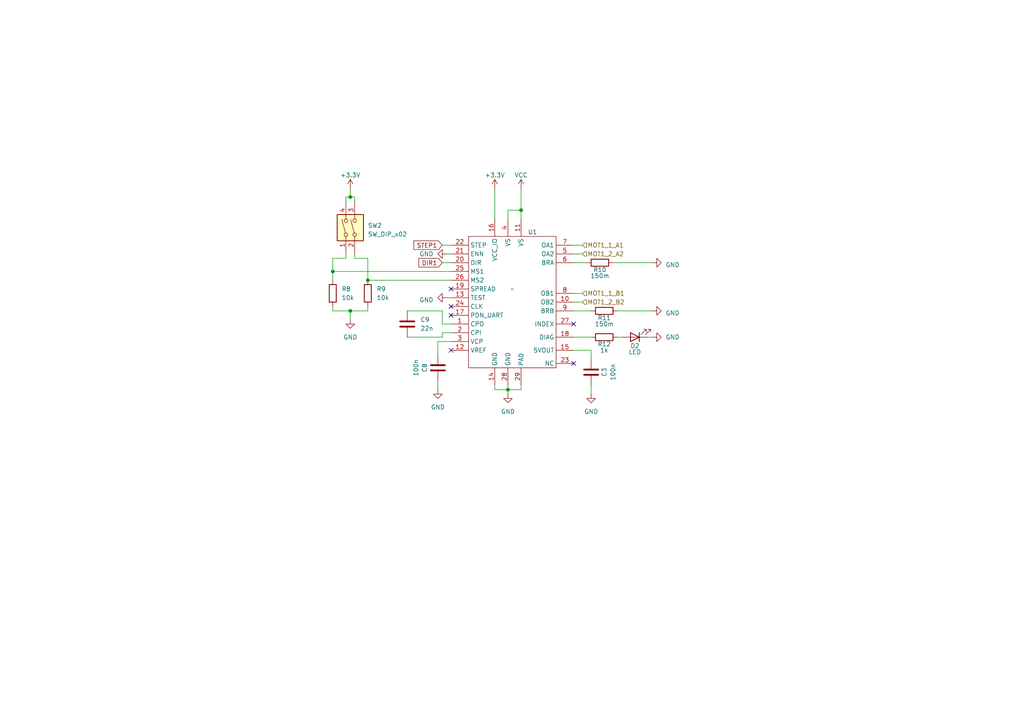
<source format=kicad_sch>
(kicad_sch
	(version 20250114)
	(generator "eeschema")
	(generator_version "9.0")
	(uuid "aeb20848-1074-41da-9836-45f6f0088bcc")
	(paper "A4")
	(lib_symbols
		(symbol "Device:C"
			(pin_numbers
				(hide yes)
			)
			(pin_names
				(offset 0.254)
			)
			(exclude_from_sim no)
			(in_bom yes)
			(on_board yes)
			(property "Reference" "C"
				(at 0.635 2.54 0)
				(effects
					(font
						(size 1.27 1.27)
					)
					(justify left)
				)
			)
			(property "Value" "C"
				(at 0.635 -2.54 0)
				(effects
					(font
						(size 1.27 1.27)
					)
					(justify left)
				)
			)
			(property "Footprint" ""
				(at 0.9652 -3.81 0)
				(effects
					(font
						(size 1.27 1.27)
					)
					(hide yes)
				)
			)
			(property "Datasheet" "~"
				(at 0 0 0)
				(effects
					(font
						(size 1.27 1.27)
					)
					(hide yes)
				)
			)
			(property "Description" "Unpolarized capacitor"
				(at 0 0 0)
				(effects
					(font
						(size 1.27 1.27)
					)
					(hide yes)
				)
			)
			(property "ki_keywords" "cap capacitor"
				(at 0 0 0)
				(effects
					(font
						(size 1.27 1.27)
					)
					(hide yes)
				)
			)
			(property "ki_fp_filters" "C_*"
				(at 0 0 0)
				(effects
					(font
						(size 1.27 1.27)
					)
					(hide yes)
				)
			)
			(symbol "C_0_1"
				(polyline
					(pts
						(xy -2.032 0.762) (xy 2.032 0.762)
					)
					(stroke
						(width 0.508)
						(type default)
					)
					(fill
						(type none)
					)
				)
				(polyline
					(pts
						(xy -2.032 -0.762) (xy 2.032 -0.762)
					)
					(stroke
						(width 0.508)
						(type default)
					)
					(fill
						(type none)
					)
				)
			)
			(symbol "C_1_1"
				(pin passive line
					(at 0 3.81 270)
					(length 2.794)
					(name "~"
						(effects
							(font
								(size 1.27 1.27)
							)
						)
					)
					(number "1"
						(effects
							(font
								(size 1.27 1.27)
							)
						)
					)
				)
				(pin passive line
					(at 0 -3.81 90)
					(length 2.794)
					(name "~"
						(effects
							(font
								(size 1.27 1.27)
							)
						)
					)
					(number "2"
						(effects
							(font
								(size 1.27 1.27)
							)
						)
					)
				)
			)
			(embedded_fonts no)
		)
		(symbol "Device:LED"
			(pin_numbers
				(hide yes)
			)
			(pin_names
				(offset 1.016)
				(hide yes)
			)
			(exclude_from_sim no)
			(in_bom yes)
			(on_board yes)
			(property "Reference" "D"
				(at 0 2.54 0)
				(effects
					(font
						(size 1.27 1.27)
					)
				)
			)
			(property "Value" "LED"
				(at 0 -2.54 0)
				(effects
					(font
						(size 1.27 1.27)
					)
				)
			)
			(property "Footprint" ""
				(at 0 0 0)
				(effects
					(font
						(size 1.27 1.27)
					)
					(hide yes)
				)
			)
			(property "Datasheet" "~"
				(at 0 0 0)
				(effects
					(font
						(size 1.27 1.27)
					)
					(hide yes)
				)
			)
			(property "Description" "Light emitting diode"
				(at 0 0 0)
				(effects
					(font
						(size 1.27 1.27)
					)
					(hide yes)
				)
			)
			(property "Sim.Pins" "1=K 2=A"
				(at 0 0 0)
				(effects
					(font
						(size 1.27 1.27)
					)
					(hide yes)
				)
			)
			(property "ki_keywords" "LED diode"
				(at 0 0 0)
				(effects
					(font
						(size 1.27 1.27)
					)
					(hide yes)
				)
			)
			(property "ki_fp_filters" "LED* LED_SMD:* LED_THT:*"
				(at 0 0 0)
				(effects
					(font
						(size 1.27 1.27)
					)
					(hide yes)
				)
			)
			(symbol "LED_0_1"
				(polyline
					(pts
						(xy -3.048 -0.762) (xy -4.572 -2.286) (xy -3.81 -2.286) (xy -4.572 -2.286) (xy -4.572 -1.524)
					)
					(stroke
						(width 0)
						(type default)
					)
					(fill
						(type none)
					)
				)
				(polyline
					(pts
						(xy -1.778 -0.762) (xy -3.302 -2.286) (xy -2.54 -2.286) (xy -3.302 -2.286) (xy -3.302 -1.524)
					)
					(stroke
						(width 0)
						(type default)
					)
					(fill
						(type none)
					)
				)
				(polyline
					(pts
						(xy -1.27 0) (xy 1.27 0)
					)
					(stroke
						(width 0)
						(type default)
					)
					(fill
						(type none)
					)
				)
				(polyline
					(pts
						(xy -1.27 -1.27) (xy -1.27 1.27)
					)
					(stroke
						(width 0.254)
						(type default)
					)
					(fill
						(type none)
					)
				)
				(polyline
					(pts
						(xy 1.27 -1.27) (xy 1.27 1.27) (xy -1.27 0) (xy 1.27 -1.27)
					)
					(stroke
						(width 0.254)
						(type default)
					)
					(fill
						(type none)
					)
				)
			)
			(symbol "LED_1_1"
				(pin passive line
					(at -3.81 0 0)
					(length 2.54)
					(name "K"
						(effects
							(font
								(size 1.27 1.27)
							)
						)
					)
					(number "1"
						(effects
							(font
								(size 1.27 1.27)
							)
						)
					)
				)
				(pin passive line
					(at 3.81 0 180)
					(length 2.54)
					(name "A"
						(effects
							(font
								(size 1.27 1.27)
							)
						)
					)
					(number "2"
						(effects
							(font
								(size 1.27 1.27)
							)
						)
					)
				)
			)
			(embedded_fonts no)
		)
		(symbol "Device:R"
			(pin_numbers
				(hide yes)
			)
			(pin_names
				(offset 0)
			)
			(exclude_from_sim no)
			(in_bom yes)
			(on_board yes)
			(property "Reference" "R"
				(at 2.032 0 90)
				(effects
					(font
						(size 1.27 1.27)
					)
				)
			)
			(property "Value" "R"
				(at 0 0 90)
				(effects
					(font
						(size 1.27 1.27)
					)
				)
			)
			(property "Footprint" ""
				(at -1.778 0 90)
				(effects
					(font
						(size 1.27 1.27)
					)
					(hide yes)
				)
			)
			(property "Datasheet" "~"
				(at 0 0 0)
				(effects
					(font
						(size 1.27 1.27)
					)
					(hide yes)
				)
			)
			(property "Description" "Resistor"
				(at 0 0 0)
				(effects
					(font
						(size 1.27 1.27)
					)
					(hide yes)
				)
			)
			(property "ki_keywords" "R res resistor"
				(at 0 0 0)
				(effects
					(font
						(size 1.27 1.27)
					)
					(hide yes)
				)
			)
			(property "ki_fp_filters" "R_*"
				(at 0 0 0)
				(effects
					(font
						(size 1.27 1.27)
					)
					(hide yes)
				)
			)
			(symbol "R_0_1"
				(rectangle
					(start -1.016 -2.54)
					(end 1.016 2.54)
					(stroke
						(width 0.254)
						(type default)
					)
					(fill
						(type none)
					)
				)
			)
			(symbol "R_1_1"
				(pin passive line
					(at 0 3.81 270)
					(length 1.27)
					(name "~"
						(effects
							(font
								(size 1.27 1.27)
							)
						)
					)
					(number "1"
						(effects
							(font
								(size 1.27 1.27)
							)
						)
					)
				)
				(pin passive line
					(at 0 -3.81 90)
					(length 1.27)
					(name "~"
						(effects
							(font
								(size 1.27 1.27)
							)
						)
					)
					(number "2"
						(effects
							(font
								(size 1.27 1.27)
							)
						)
					)
				)
			)
			(embedded_fonts no)
		)
		(symbol "My_Lib:TMC2225"
			(exclude_from_sim no)
			(in_bom yes)
			(on_board yes)
			(property "Reference" "U"
				(at 0 0 0)
				(effects
					(font
						(size 1.27 1.27)
					)
				)
			)
			(property "Value" ""
				(at 0 0 0)
				(effects
					(font
						(size 1.27 1.27)
					)
				)
			)
			(property "Footprint" ""
				(at 0 0 0)
				(effects
					(font
						(size 1.27 1.27)
					)
					(hide yes)
				)
			)
			(property "Datasheet" ""
				(at 0 0 0)
				(effects
					(font
						(size 1.27 1.27)
					)
					(hide yes)
				)
			)
			(property "Description" ""
				(at 0 0 0)
				(effects
					(font
						(size 1.27 1.27)
					)
					(hide yes)
				)
			)
			(symbol "TMC2225_0_0"
				(pin input line
					(at -17.78 12.7 0)
					(length 5.08)
					(name "STEP"
						(effects
							(font
								(size 1.27 1.27)
							)
						)
					)
					(number "22"
						(effects
							(font
								(size 1.27 1.27)
							)
						)
					)
				)
				(pin input line
					(at -17.78 10.16 0)
					(length 5.08)
					(name "ENN"
						(effects
							(font
								(size 1.27 1.27)
							)
						)
					)
					(number "21"
						(effects
							(font
								(size 1.27 1.27)
							)
						)
					)
				)
				(pin input line
					(at -17.78 7.62 0)
					(length 5.08)
					(name "DIR"
						(effects
							(font
								(size 1.27 1.27)
							)
						)
					)
					(number "20"
						(effects
							(font
								(size 1.27 1.27)
							)
						)
					)
				)
				(pin input line
					(at -17.78 5.08 0)
					(length 5.08)
					(name "MS1"
						(effects
							(font
								(size 1.27 1.27)
							)
						)
					)
					(number "25"
						(effects
							(font
								(size 1.27 1.27)
							)
						)
					)
				)
				(pin input line
					(at -17.78 2.54 0)
					(length 5.08)
					(name "MS2"
						(effects
							(font
								(size 1.27 1.27)
							)
						)
					)
					(number "26"
						(effects
							(font
								(size 1.27 1.27)
							)
						)
					)
				)
				(pin no_connect line
					(at -17.78 0 0)
					(length 5.08)
					(name "SPREAD"
						(effects
							(font
								(size 1.27 1.27)
							)
						)
					)
					(number "19"
						(effects
							(font
								(size 1.27 1.27)
							)
						)
					)
				)
				(pin input line
					(at -17.78 -2.54 0)
					(length 5.08)
					(name "TEST"
						(effects
							(font
								(size 1.27 1.27)
							)
						)
					)
					(number "13"
						(effects
							(font
								(size 1.27 1.27)
							)
						)
					)
				)
				(pin no_connect line
					(at -17.78 -5.08 0)
					(length 5.08)
					(name "CLK"
						(effects
							(font
								(size 1.27 1.27)
							)
						)
					)
					(number "24"
						(effects
							(font
								(size 1.27 1.27)
							)
						)
					)
				)
				(pin no_connect line
					(at -17.78 -7.62 0)
					(length 5.08)
					(name "PDN_UART"
						(effects
							(font
								(size 1.27 1.27)
							)
						)
					)
					(number "17"
						(effects
							(font
								(size 1.27 1.27)
							)
						)
					)
				)
				(pin passive line
					(at -17.78 -10.16 0)
					(length 5.08)
					(name "CPO"
						(effects
							(font
								(size 1.27 1.27)
							)
						)
					)
					(number "1"
						(effects
							(font
								(size 1.27 1.27)
							)
						)
					)
				)
				(pin passive line
					(at -17.78 -12.7 0)
					(length 5.08)
					(name "CPI"
						(effects
							(font
								(size 1.27 1.27)
							)
						)
					)
					(number "2"
						(effects
							(font
								(size 1.27 1.27)
							)
						)
					)
				)
				(pin passive line
					(at -17.78 -15.24 0)
					(length 5.08)
					(name "VCP"
						(effects
							(font
								(size 1.27 1.27)
							)
						)
					)
					(number "3"
						(effects
							(font
								(size 1.27 1.27)
							)
						)
					)
				)
				(pin input line
					(at -17.78 -17.78 0)
					(length 5.08)
					(name "VREF"
						(effects
							(font
								(size 1.27 1.27)
							)
						)
					)
					(number "12"
						(effects
							(font
								(size 1.27 1.27)
							)
						)
					)
				)
				(pin input line
					(at -5.08 20.32 270)
					(length 5.08)
					(name "VCC_IO"
						(effects
							(font
								(size 1.27 1.27)
							)
						)
					)
					(number "16"
						(effects
							(font
								(size 1.27 1.27)
							)
						)
					)
				)
				(pin input line
					(at -5.08 -27.94 90)
					(length 5.08)
					(name "GND"
						(effects
							(font
								(size 1.27 1.27)
							)
						)
					)
					(number "14"
						(effects
							(font
								(size 1.27 1.27)
							)
						)
					)
				)
				(pin input line
					(at -1.27 20.32 270)
					(length 5.08)
					(name "VS"
						(effects
							(font
								(size 1.27 1.27)
							)
						)
					)
					(number "4"
						(effects
							(font
								(size 1.27 1.27)
							)
						)
					)
				)
				(pin input line
					(at -1.27 -27.94 90)
					(length 5.08)
					(name "GND"
						(effects
							(font
								(size 1.27 1.27)
							)
						)
					)
					(number "28"
						(effects
							(font
								(size 1.27 1.27)
							)
						)
					)
				)
				(pin input line
					(at 2.54 20.32 270)
					(length 5.08)
					(name "VS"
						(effects
							(font
								(size 1.27 1.27)
							)
						)
					)
					(number "11"
						(effects
							(font
								(size 1.27 1.27)
							)
						)
					)
				)
				(pin input line
					(at 2.54 -27.94 90)
					(length 5.08)
					(name "PAD"
						(effects
							(font
								(size 1.27 1.27)
							)
						)
					)
					(number "29"
						(effects
							(font
								(size 1.27 1.27)
							)
						)
					)
				)
				(pin output line
					(at 17.78 12.7 180)
					(length 5.08)
					(name "OA1"
						(effects
							(font
								(size 1.27 1.27)
							)
						)
					)
					(number "7"
						(effects
							(font
								(size 1.27 1.27)
							)
						)
					)
				)
				(pin output line
					(at 17.78 10.16 180)
					(length 5.08)
					(name "OA2"
						(effects
							(font
								(size 1.27 1.27)
							)
						)
					)
					(number "5"
						(effects
							(font
								(size 1.27 1.27)
							)
						)
					)
				)
				(pin output line
					(at 17.78 7.62 180)
					(length 5.08)
					(name "BRA"
						(effects
							(font
								(size 1.27 1.27)
							)
						)
					)
					(number "6"
						(effects
							(font
								(size 1.27 1.27)
							)
						)
					)
				)
				(pin output line
					(at 17.78 -1.27 180)
					(length 5.08)
					(name "OB1"
						(effects
							(font
								(size 1.27 1.27)
							)
						)
					)
					(number "8"
						(effects
							(font
								(size 1.27 1.27)
							)
						)
					)
				)
				(pin output line
					(at 17.78 -3.81 180)
					(length 5.08)
					(name "OB2"
						(effects
							(font
								(size 1.27 1.27)
							)
						)
					)
					(number "10"
						(effects
							(font
								(size 1.27 1.27)
							)
						)
					)
				)
				(pin output line
					(at 17.78 -6.35 180)
					(length 5.08)
					(name "BRB"
						(effects
							(font
								(size 1.27 1.27)
							)
						)
					)
					(number "9"
						(effects
							(font
								(size 1.27 1.27)
							)
						)
					)
				)
				(pin no_connect line
					(at 17.78 -10.16 180)
					(length 5.08)
					(name "INDEX"
						(effects
							(font
								(size 1.27 1.27)
							)
						)
					)
					(number "27"
						(effects
							(font
								(size 1.27 1.27)
							)
						)
					)
				)
				(pin output line
					(at 17.78 -13.97 180)
					(length 5.08)
					(name "DIAG"
						(effects
							(font
								(size 1.27 1.27)
							)
						)
					)
					(number "18"
						(effects
							(font
								(size 1.27 1.27)
							)
						)
					)
				)
				(pin passive line
					(at 17.78 -17.78 180)
					(length 5.08)
					(name "5VOUT"
						(effects
							(font
								(size 1.27 1.27)
							)
						)
					)
					(number "15"
						(effects
							(font
								(size 1.27 1.27)
							)
						)
					)
				)
				(pin no_connect line
					(at 17.78 -21.59 180)
					(length 5.08)
					(name "NC"
						(effects
							(font
								(size 1.27 1.27)
							)
						)
					)
					(number "23"
						(effects
							(font
								(size 1.27 1.27)
							)
						)
					)
				)
			)
			(symbol "TMC2225_0_1"
				(polyline
					(pts
						(xy -12.7 15.24) (xy 12.7 15.24) (xy 12.7 -22.86) (xy -12.7 -22.86) (xy -12.7 15.24)
					)
					(stroke
						(width 0.1524)
						(type solid)
					)
					(fill
						(type none)
					)
				)
			)
			(embedded_fonts no)
		)
		(symbol "Switch:SW_DIP_x02"
			(pin_names
				(offset 0)
				(hide yes)
			)
			(exclude_from_sim no)
			(in_bom yes)
			(on_board yes)
			(property "Reference" "SW"
				(at 0 6.35 0)
				(effects
					(font
						(size 1.27 1.27)
					)
				)
			)
			(property "Value" "SW_DIP_x02"
				(at 0 -3.81 0)
				(effects
					(font
						(size 1.27 1.27)
					)
				)
			)
			(property "Footprint" ""
				(at 0 0 0)
				(effects
					(font
						(size 1.27 1.27)
					)
					(hide yes)
				)
			)
			(property "Datasheet" "~"
				(at 0 0 0)
				(effects
					(font
						(size 1.27 1.27)
					)
					(hide yes)
				)
			)
			(property "Description" "2x DIP Switch, Single Pole Single Throw (SPST) switch, small symbol"
				(at 0 0 0)
				(effects
					(font
						(size 1.27 1.27)
					)
					(hide yes)
				)
			)
			(property "ki_keywords" "dip switch"
				(at 0 0 0)
				(effects
					(font
						(size 1.27 1.27)
					)
					(hide yes)
				)
			)
			(property "ki_fp_filters" "SW?DIP?x2*"
				(at 0 0 0)
				(effects
					(font
						(size 1.27 1.27)
					)
					(hide yes)
				)
			)
			(symbol "SW_DIP_x02_0_0"
				(circle
					(center -2.032 2.54)
					(radius 0.508)
					(stroke
						(width 0)
						(type default)
					)
					(fill
						(type none)
					)
				)
				(circle
					(center -2.032 0)
					(radius 0.508)
					(stroke
						(width 0)
						(type default)
					)
					(fill
						(type none)
					)
				)
				(polyline
					(pts
						(xy -1.524 2.667) (xy 2.3622 3.7084)
					)
					(stroke
						(width 0)
						(type default)
					)
					(fill
						(type none)
					)
				)
				(polyline
					(pts
						(xy -1.524 0.127) (xy 2.3622 1.1684)
					)
					(stroke
						(width 0)
						(type default)
					)
					(fill
						(type none)
					)
				)
				(circle
					(center 2.032 2.54)
					(radius 0.508)
					(stroke
						(width 0)
						(type default)
					)
					(fill
						(type none)
					)
				)
				(circle
					(center 2.032 0)
					(radius 0.508)
					(stroke
						(width 0)
						(type default)
					)
					(fill
						(type none)
					)
				)
			)
			(symbol "SW_DIP_x02_0_1"
				(rectangle
					(start -3.81 5.08)
					(end 3.81 -2.54)
					(stroke
						(width 0.254)
						(type default)
					)
					(fill
						(type background)
					)
				)
			)
			(symbol "SW_DIP_x02_1_1"
				(pin passive line
					(at -7.62 2.54 0)
					(length 5.08)
					(name "~"
						(effects
							(font
								(size 1.27 1.27)
							)
						)
					)
					(number "1"
						(effects
							(font
								(size 1.27 1.27)
							)
						)
					)
				)
				(pin passive line
					(at -7.62 0 0)
					(length 5.08)
					(name "~"
						(effects
							(font
								(size 1.27 1.27)
							)
						)
					)
					(number "2"
						(effects
							(font
								(size 1.27 1.27)
							)
						)
					)
				)
				(pin passive line
					(at 7.62 2.54 180)
					(length 5.08)
					(name "~"
						(effects
							(font
								(size 1.27 1.27)
							)
						)
					)
					(number "4"
						(effects
							(font
								(size 1.27 1.27)
							)
						)
					)
				)
				(pin passive line
					(at 7.62 0 180)
					(length 5.08)
					(name "~"
						(effects
							(font
								(size 1.27 1.27)
							)
						)
					)
					(number "3"
						(effects
							(font
								(size 1.27 1.27)
							)
						)
					)
				)
			)
			(embedded_fonts no)
		)
		(symbol "power:+3.3V"
			(power)
			(pin_numbers
				(hide yes)
			)
			(pin_names
				(offset 0)
				(hide yes)
			)
			(exclude_from_sim no)
			(in_bom yes)
			(on_board yes)
			(property "Reference" "#PWR"
				(at 0 -3.81 0)
				(effects
					(font
						(size 1.27 1.27)
					)
					(hide yes)
				)
			)
			(property "Value" "+3.3V"
				(at 0 3.556 0)
				(effects
					(font
						(size 1.27 1.27)
					)
				)
			)
			(property "Footprint" ""
				(at 0 0 0)
				(effects
					(font
						(size 1.27 1.27)
					)
					(hide yes)
				)
			)
			(property "Datasheet" ""
				(at 0 0 0)
				(effects
					(font
						(size 1.27 1.27)
					)
					(hide yes)
				)
			)
			(property "Description" "Power symbol creates a global label with name \"+3.3V\""
				(at 0 0 0)
				(effects
					(font
						(size 1.27 1.27)
					)
					(hide yes)
				)
			)
			(property "ki_keywords" "global power"
				(at 0 0 0)
				(effects
					(font
						(size 1.27 1.27)
					)
					(hide yes)
				)
			)
			(symbol "+3.3V_0_1"
				(polyline
					(pts
						(xy -0.762 1.27) (xy 0 2.54)
					)
					(stroke
						(width 0)
						(type default)
					)
					(fill
						(type none)
					)
				)
				(polyline
					(pts
						(xy 0 2.54) (xy 0.762 1.27)
					)
					(stroke
						(width 0)
						(type default)
					)
					(fill
						(type none)
					)
				)
				(polyline
					(pts
						(xy 0 0) (xy 0 2.54)
					)
					(stroke
						(width 0)
						(type default)
					)
					(fill
						(type none)
					)
				)
			)
			(symbol "+3.3V_1_1"
				(pin power_in line
					(at 0 0 90)
					(length 0)
					(name "~"
						(effects
							(font
								(size 1.27 1.27)
							)
						)
					)
					(number "1"
						(effects
							(font
								(size 1.27 1.27)
							)
						)
					)
				)
			)
			(embedded_fonts no)
		)
		(symbol "power:GND"
			(power)
			(pin_numbers
				(hide yes)
			)
			(pin_names
				(offset 0)
				(hide yes)
			)
			(exclude_from_sim no)
			(in_bom yes)
			(on_board yes)
			(property "Reference" "#PWR"
				(at 0 -6.35 0)
				(effects
					(font
						(size 1.27 1.27)
					)
					(hide yes)
				)
			)
			(property "Value" "GND"
				(at 0 -3.81 0)
				(effects
					(font
						(size 1.27 1.27)
					)
				)
			)
			(property "Footprint" ""
				(at 0 0 0)
				(effects
					(font
						(size 1.27 1.27)
					)
					(hide yes)
				)
			)
			(property "Datasheet" ""
				(at 0 0 0)
				(effects
					(font
						(size 1.27 1.27)
					)
					(hide yes)
				)
			)
			(property "Description" "Power symbol creates a global label with name \"GND\" , ground"
				(at 0 0 0)
				(effects
					(font
						(size 1.27 1.27)
					)
					(hide yes)
				)
			)
			(property "ki_keywords" "global power"
				(at 0 0 0)
				(effects
					(font
						(size 1.27 1.27)
					)
					(hide yes)
				)
			)
			(symbol "GND_0_1"
				(polyline
					(pts
						(xy 0 0) (xy 0 -1.27) (xy 1.27 -1.27) (xy 0 -2.54) (xy -1.27 -1.27) (xy 0 -1.27)
					)
					(stroke
						(width 0)
						(type default)
					)
					(fill
						(type none)
					)
				)
			)
			(symbol "GND_1_1"
				(pin power_in line
					(at 0 0 270)
					(length 0)
					(name "~"
						(effects
							(font
								(size 1.27 1.27)
							)
						)
					)
					(number "1"
						(effects
							(font
								(size 1.27 1.27)
							)
						)
					)
				)
			)
			(embedded_fonts no)
		)
		(symbol "power:VCC"
			(power)
			(pin_numbers
				(hide yes)
			)
			(pin_names
				(offset 0)
				(hide yes)
			)
			(exclude_from_sim no)
			(in_bom yes)
			(on_board yes)
			(property "Reference" "#PWR"
				(at 0 -3.81 0)
				(effects
					(font
						(size 1.27 1.27)
					)
					(hide yes)
				)
			)
			(property "Value" "VCC"
				(at 0 3.556 0)
				(effects
					(font
						(size 1.27 1.27)
					)
				)
			)
			(property "Footprint" ""
				(at 0 0 0)
				(effects
					(font
						(size 1.27 1.27)
					)
					(hide yes)
				)
			)
			(property "Datasheet" ""
				(at 0 0 0)
				(effects
					(font
						(size 1.27 1.27)
					)
					(hide yes)
				)
			)
			(property "Description" "Power symbol creates a global label with name \"VCC\""
				(at 0 0 0)
				(effects
					(font
						(size 1.27 1.27)
					)
					(hide yes)
				)
			)
			(property "ki_keywords" "global power"
				(at 0 0 0)
				(effects
					(font
						(size 1.27 1.27)
					)
					(hide yes)
				)
			)
			(symbol "VCC_0_1"
				(polyline
					(pts
						(xy -0.762 1.27) (xy 0 2.54)
					)
					(stroke
						(width 0)
						(type default)
					)
					(fill
						(type none)
					)
				)
				(polyline
					(pts
						(xy 0 2.54) (xy 0.762 1.27)
					)
					(stroke
						(width 0)
						(type default)
					)
					(fill
						(type none)
					)
				)
				(polyline
					(pts
						(xy 0 0) (xy 0 2.54)
					)
					(stroke
						(width 0)
						(type default)
					)
					(fill
						(type none)
					)
				)
			)
			(symbol "VCC_1_1"
				(pin power_in line
					(at 0 0 90)
					(length 0)
					(name "~"
						(effects
							(font
								(size 1.27 1.27)
							)
						)
					)
					(number "1"
						(effects
							(font
								(size 1.27 1.27)
							)
						)
					)
				)
			)
			(embedded_fonts no)
		)
	)
	(junction
		(at 101.6 90.17)
		(diameter 0)
		(color 0 0 0 0)
		(uuid "18596c03-dd67-4f77-b83c-9654d21ae6f0")
	)
	(junction
		(at 151.13 60.96)
		(diameter 0)
		(color 0 0 0 0)
		(uuid "24ff8417-91e0-458b-aa70-c54e2aa4d317")
	)
	(junction
		(at 101.6 57.15)
		(diameter 0)
		(color 0 0 0 0)
		(uuid "50ca1480-7e77-4cba-93f7-a48193a15bc6")
	)
	(junction
		(at 147.32 113.03)
		(diameter 0)
		(color 0 0 0 0)
		(uuid "a94545c8-9b1b-40dc-a61a-7fb161074e8e")
	)
	(junction
		(at 106.68 81.28)
		(diameter 0)
		(color 0 0 0 0)
		(uuid "db4d4a95-ff0c-44d0-87c3-0b2eaa9e9c96")
	)
	(junction
		(at 96.52 78.74)
		(diameter 0)
		(color 0 0 0 0)
		(uuid "fb83a15e-cf0a-4317-b2a7-4b01e86361ca")
	)
	(no_connect
		(at 130.81 88.9)
		(uuid "025b1f62-c886-4008-95f5-54f93cbbf602")
	)
	(no_connect
		(at 166.37 105.41)
		(uuid "222518f0-2ee4-4a87-9981-886f3ec08520")
	)
	(no_connect
		(at 130.81 91.44)
		(uuid "32acfc43-fda4-478e-b453-3d3057e281ea")
	)
	(no_connect
		(at 130.81 83.82)
		(uuid "48c6d7bd-bf39-48ea-a747-355c6a16a05c")
	)
	(no_connect
		(at 166.37 93.98)
		(uuid "7f23e7b3-346f-4845-90b3-b4911c5b1ef7")
	)
	(no_connect
		(at 130.81 101.6)
		(uuid "a6571f63-a0da-4aca-8906-c511d1806a41")
	)
	(wire
		(pts
			(xy 147.32 60.96) (xy 151.13 60.96)
		)
		(stroke
			(width 0)
			(type default)
		)
		(uuid "027da5a0-77a0-41b1-b5fc-3842a15a3c1f")
	)
	(wire
		(pts
			(xy 106.68 74.93) (xy 106.68 81.28)
		)
		(stroke
			(width 0)
			(type default)
		)
		(uuid "03e51fa1-3b8f-4d84-af10-4e34043c9064")
	)
	(wire
		(pts
			(xy 166.37 97.79) (xy 171.45 97.79)
		)
		(stroke
			(width 0)
			(type default)
		)
		(uuid "059481ad-c166-44ed-a017-4a463315814f")
	)
	(wire
		(pts
			(xy 96.52 78.74) (xy 130.81 78.74)
		)
		(stroke
			(width 0)
			(type default)
		)
		(uuid "0a2209bf-16b3-407d-8ee5-397db30879ea")
	)
	(wire
		(pts
			(xy 166.37 87.63) (xy 168.91 87.63)
		)
		(stroke
			(width 0)
			(type default)
		)
		(uuid "0aa788f2-922f-43ed-a51d-f89318718252")
	)
	(wire
		(pts
			(xy 100.33 58.42) (xy 100.33 57.15)
		)
		(stroke
			(width 0)
			(type default)
		)
		(uuid "0f6f0451-7b1a-484f-8e9d-6aff9a0e4c73")
	)
	(wire
		(pts
			(xy 147.32 113.03) (xy 151.13 113.03)
		)
		(stroke
			(width 0)
			(type default)
		)
		(uuid "11807ffa-ac3a-400a-979e-dee70b3365f2")
	)
	(wire
		(pts
			(xy 129.54 86.36) (xy 130.81 86.36)
		)
		(stroke
			(width 0)
			(type default)
		)
		(uuid "3087bf37-d354-40a1-b18c-1b365c7ec2a2")
	)
	(wire
		(pts
			(xy 128.27 96.52) (xy 128.27 97.79)
		)
		(stroke
			(width 0)
			(type default)
		)
		(uuid "3624fdb1-0325-4bd5-91f6-e3ff5f20662e")
	)
	(wire
		(pts
			(xy 147.32 63.5) (xy 147.32 60.96)
		)
		(stroke
			(width 0)
			(type default)
		)
		(uuid "3ba0f1eb-c42d-414a-b85e-69f0df46b2e6")
	)
	(wire
		(pts
			(xy 96.52 78.74) (xy 96.52 81.28)
		)
		(stroke
			(width 0)
			(type default)
		)
		(uuid "406f9d97-5ffe-45fc-b091-dcdcdc2a2ad0")
	)
	(wire
		(pts
			(xy 100.33 74.93) (xy 100.33 73.66)
		)
		(stroke
			(width 0)
			(type default)
		)
		(uuid "4338a3a8-b2df-4821-b486-f8c072f4580f")
	)
	(wire
		(pts
			(xy 106.68 81.28) (xy 130.81 81.28)
		)
		(stroke
			(width 0)
			(type default)
		)
		(uuid "4d365516-ce08-4863-87fe-e4868ab28b09")
	)
	(wire
		(pts
			(xy 130.81 73.66) (xy 129.54 73.66)
		)
		(stroke
			(width 0)
			(type default)
		)
		(uuid "553ea1b1-0647-41c3-9ea3-5f9fb19ede92")
	)
	(wire
		(pts
			(xy 101.6 54.61) (xy 101.6 57.15)
		)
		(stroke
			(width 0)
			(type default)
		)
		(uuid "58b81a3f-315d-4a5c-83a4-b05ddf795b5a")
	)
	(wire
		(pts
			(xy 166.37 90.17) (xy 171.45 90.17)
		)
		(stroke
			(width 0)
			(type default)
		)
		(uuid "5bb83539-9d93-43cb-9c3e-e4ae9d15d399")
	)
	(wire
		(pts
			(xy 128.27 71.12) (xy 130.81 71.12)
		)
		(stroke
			(width 0)
			(type default)
		)
		(uuid "5e51d492-5dba-468a-9ff0-f40bf3848ef0")
	)
	(wire
		(pts
			(xy 177.8 76.2) (xy 189.23 76.2)
		)
		(stroke
			(width 0)
			(type default)
		)
		(uuid "6034bb8d-acaa-424b-82fb-459e659263ee")
	)
	(wire
		(pts
			(xy 100.33 57.15) (xy 101.6 57.15)
		)
		(stroke
			(width 0)
			(type default)
		)
		(uuid "685a2fb6-1b5c-4914-baa8-00eeafaa7c88")
	)
	(wire
		(pts
			(xy 166.37 101.6) (xy 171.45 101.6)
		)
		(stroke
			(width 0)
			(type default)
		)
		(uuid "6cbbe13e-4ff0-46c0-8f93-bbfdc9d2e109")
	)
	(wire
		(pts
			(xy 147.32 111.76) (xy 147.32 113.03)
		)
		(stroke
			(width 0)
			(type default)
		)
		(uuid "6ff1beff-132c-4cf4-a979-bf852955cd9a")
	)
	(wire
		(pts
			(xy 101.6 90.17) (xy 106.68 90.17)
		)
		(stroke
			(width 0)
			(type default)
		)
		(uuid "7380183e-2ee3-4077-9464-461c9733edfa")
	)
	(wire
		(pts
			(xy 171.45 101.6) (xy 171.45 104.14)
		)
		(stroke
			(width 0)
			(type default)
		)
		(uuid "74645b50-7973-4ee8-bee1-2812fae39834")
	)
	(wire
		(pts
			(xy 127 102.87) (xy 127 99.06)
		)
		(stroke
			(width 0)
			(type default)
		)
		(uuid "76e23b0c-2dc3-42cb-aa29-037b55612804")
	)
	(wire
		(pts
			(xy 101.6 57.15) (xy 102.87 57.15)
		)
		(stroke
			(width 0)
			(type default)
		)
		(uuid "79e0cf71-f00c-4854-879b-664b9dc2422e")
	)
	(wire
		(pts
			(xy 127 99.06) (xy 130.81 99.06)
		)
		(stroke
			(width 0)
			(type default)
		)
		(uuid "86f25b96-9f28-4b43-9285-37dc74d31968")
	)
	(wire
		(pts
			(xy 106.68 88.9) (xy 106.68 90.17)
		)
		(stroke
			(width 0)
			(type default)
		)
		(uuid "8c77f7e1-03f6-4e11-8ca3-fd3a34f84489")
	)
	(wire
		(pts
			(xy 118.11 90.17) (xy 128.27 90.17)
		)
		(stroke
			(width 0)
			(type default)
		)
		(uuid "8d6b7f03-8a65-4c34-bde0-7b32b15c48c7")
	)
	(wire
		(pts
			(xy 128.27 93.98) (xy 128.27 90.17)
		)
		(stroke
			(width 0)
			(type default)
		)
		(uuid "93e17b93-81e2-4ba5-89d9-1f6e6a20d18a")
	)
	(wire
		(pts
			(xy 151.13 111.76) (xy 151.13 113.03)
		)
		(stroke
			(width 0)
			(type default)
		)
		(uuid "96a8f8ae-6a22-47f3-8ec3-0e8d55db510a")
	)
	(wire
		(pts
			(xy 96.52 74.93) (xy 100.33 74.93)
		)
		(stroke
			(width 0)
			(type default)
		)
		(uuid "b2f311f4-503f-4150-aebf-abb97b854971")
	)
	(wire
		(pts
			(xy 96.52 88.9) (xy 96.52 90.17)
		)
		(stroke
			(width 0)
			(type default)
		)
		(uuid "b64e20e9-e9a5-418e-b9c4-0e40df61cc47")
	)
	(wire
		(pts
			(xy 143.51 54.61) (xy 143.51 63.5)
		)
		(stroke
			(width 0)
			(type default)
		)
		(uuid "be282822-fa41-4271-bea7-693347fe37a3")
	)
	(wire
		(pts
			(xy 128.27 97.79) (xy 118.11 97.79)
		)
		(stroke
			(width 0)
			(type default)
		)
		(uuid "be496ca7-26e0-4713-ba82-a1b22f349628")
	)
	(wire
		(pts
			(xy 96.52 78.74) (xy 96.52 74.93)
		)
		(stroke
			(width 0)
			(type default)
		)
		(uuid "bf617794-cb7b-4827-a6f9-9ec133da2a30")
	)
	(wire
		(pts
			(xy 179.07 97.79) (xy 180.34 97.79)
		)
		(stroke
			(width 0)
			(type default)
		)
		(uuid "c6bdd192-09ff-4e4d-b3b5-758d6931852b")
	)
	(wire
		(pts
			(xy 143.51 113.03) (xy 147.32 113.03)
		)
		(stroke
			(width 0)
			(type default)
		)
		(uuid "ccbca264-c916-4a19-8d28-46b99740a055")
	)
	(wire
		(pts
			(xy 166.37 76.2) (xy 170.18 76.2)
		)
		(stroke
			(width 0)
			(type default)
		)
		(uuid "ce99172b-5f63-4ccc-abee-d0885955efde")
	)
	(wire
		(pts
			(xy 179.07 90.17) (xy 189.23 90.17)
		)
		(stroke
			(width 0)
			(type default)
		)
		(uuid "d1ba8f23-7dfe-49f3-bc90-05f2baf8d7db")
	)
	(wire
		(pts
			(xy 171.45 111.76) (xy 171.45 114.3)
		)
		(stroke
			(width 0)
			(type default)
		)
		(uuid "d326d943-1d8c-4a01-95f1-55c6ce3c798f")
	)
	(wire
		(pts
			(xy 166.37 85.09) (xy 168.91 85.09)
		)
		(stroke
			(width 0)
			(type default)
		)
		(uuid "d54b6f65-7b91-49af-9c77-e11b6d437bbf")
	)
	(wire
		(pts
			(xy 130.81 93.98) (xy 128.27 93.98)
		)
		(stroke
			(width 0)
			(type default)
		)
		(uuid "d81b8ad3-e7a6-4611-b7cb-c56d098caf1f")
	)
	(wire
		(pts
			(xy 101.6 90.17) (xy 101.6 92.71)
		)
		(stroke
			(width 0)
			(type default)
		)
		(uuid "da649e69-fdeb-4355-af8d-f8c41ea9f4d2")
	)
	(wire
		(pts
			(xy 187.96 97.79) (xy 189.23 97.79)
		)
		(stroke
			(width 0)
			(type default)
		)
		(uuid "dfb4f381-2442-4c5c-bcd3-3392fb6aeffb")
	)
	(wire
		(pts
			(xy 106.68 74.93) (xy 102.87 74.93)
		)
		(stroke
			(width 0)
			(type default)
		)
		(uuid "e29836c6-7f25-4439-8433-4773ca898967")
	)
	(wire
		(pts
			(xy 96.52 90.17) (xy 101.6 90.17)
		)
		(stroke
			(width 0)
			(type default)
		)
		(uuid "e484ad77-7f71-4e20-8b46-7ce08aeaeffd")
	)
	(wire
		(pts
			(xy 130.81 96.52) (xy 128.27 96.52)
		)
		(stroke
			(width 0)
			(type default)
		)
		(uuid "e5b5df21-b62b-4d0c-a3a3-891de0c2f8ea")
	)
	(wire
		(pts
			(xy 151.13 54.61) (xy 151.13 60.96)
		)
		(stroke
			(width 0)
			(type default)
		)
		(uuid "e5f9364e-a9d6-40e4-8d07-8f35132a7c0d")
	)
	(wire
		(pts
			(xy 151.13 60.96) (xy 151.13 63.5)
		)
		(stroke
			(width 0)
			(type default)
		)
		(uuid "e80a516d-00fc-4f34-b4ed-4520983ddfc7")
	)
	(wire
		(pts
			(xy 102.87 57.15) (xy 102.87 58.42)
		)
		(stroke
			(width 0)
			(type default)
		)
		(uuid "ea91b73c-a90a-4de1-8a16-f061c99de17f")
	)
	(wire
		(pts
			(xy 127 113.03) (xy 127 110.49)
		)
		(stroke
			(width 0)
			(type default)
		)
		(uuid "ec6bcbd9-6cec-4f8a-9858-3b134ef665de")
	)
	(wire
		(pts
			(xy 166.37 71.12) (xy 168.91 71.12)
		)
		(stroke
			(width 0)
			(type default)
		)
		(uuid "f49fd0b0-d07e-42f3-af28-b04820691441")
	)
	(wire
		(pts
			(xy 147.32 113.03) (xy 147.32 114.3)
		)
		(stroke
			(width 0)
			(type default)
		)
		(uuid "f51772ce-39f4-474f-9f38-9050aea00095")
	)
	(wire
		(pts
			(xy 128.27 76.2) (xy 130.81 76.2)
		)
		(stroke
			(width 0)
			(type default)
		)
		(uuid "fa22de82-eb75-4e82-a938-226d9f8c7611")
	)
	(wire
		(pts
			(xy 143.51 111.76) (xy 143.51 113.03)
		)
		(stroke
			(width 0)
			(type default)
		)
		(uuid "fc64330d-1778-4ee7-ba37-d90cb9e21f8c")
	)
	(wire
		(pts
			(xy 102.87 74.93) (xy 102.87 73.66)
		)
		(stroke
			(width 0)
			(type default)
		)
		(uuid "fefc55f1-ec9a-4871-a3c0-e16c7e16b929")
	)
	(wire
		(pts
			(xy 166.37 73.66) (xy 168.91 73.66)
		)
		(stroke
			(width 0)
			(type default)
		)
		(uuid "ffb68944-0677-4bf4-9751-095fcbd56f77")
	)
	(global_label "DIR1"
		(shape input)
		(at 128.27 76.2 180)
		(fields_autoplaced yes)
		(effects
			(font
				(size 1.27 1.27)
			)
			(justify right)
		)
		(uuid "8e8ffcef-d78d-42ee-b0c4-3dfab78552ff")
		(property "Intersheetrefs" "${INTERSHEET_REFS}"
			(at 120.9305 76.2 0)
			(effects
				(font
					(size 1.27 1.27)
				)
				(justify right)
				(hide yes)
			)
		)
	)
	(global_label "STEP1"
		(shape input)
		(at 128.27 71.12 180)
		(fields_autoplaced yes)
		(effects
			(font
				(size 1.27 1.27)
			)
			(justify right)
		)
		(uuid "f0bfe525-3e32-42b9-827a-0142b5c5e7c0")
		(property "Intersheetrefs" "${INTERSHEET_REFS}"
			(at 119.4792 71.12 0)
			(effects
				(font
					(size 1.27 1.27)
				)
				(justify right)
				(hide yes)
			)
		)
	)
	(hierarchical_label "MOT1_2_B2"
		(shape input)
		(at 168.91 87.63 0)
		(effects
			(font
				(size 1.27 1.27)
			)
			(justify left)
		)
		(uuid "14ef287d-0c02-47ae-9e6b-4464d2ccd347")
	)
	(hierarchical_label "MOT1_2_A2"
		(shape input)
		(at 168.91 73.66 0)
		(effects
			(font
				(size 1.27 1.27)
			)
			(justify left)
		)
		(uuid "3834dc57-d306-4211-9049-2c6922fddaa7")
	)
	(hierarchical_label "MOT1_1_A1"
		(shape input)
		(at 168.91 71.12 0)
		(effects
			(font
				(size 1.27 1.27)
			)
			(justify left)
		)
		(uuid "dcc40761-b4cc-4b41-9ff2-88703b248ebc")
	)
	(hierarchical_label "MOT1_1_B1"
		(shape input)
		(at 168.91 85.09 0)
		(effects
			(font
				(size 1.27 1.27)
			)
			(justify left)
		)
		(uuid "f986c334-480e-4dee-b511-8d6f38eb47ba")
	)
	(symbol
		(lib_id "power:GND")
		(at 101.6 92.71 0)
		(unit 1)
		(exclude_from_sim no)
		(in_bom yes)
		(on_board yes)
		(dnp no)
		(fields_autoplaced yes)
		(uuid "105eea72-99ad-4b66-8cab-e1c65c89a782")
		(property "Reference" "#PWR014"
			(at 101.6 99.06 0)
			(effects
				(font
					(size 1.27 1.27)
				)
				(hide yes)
			)
		)
		(property "Value" "GND"
			(at 101.6 97.79 0)
			(effects
				(font
					(size 1.27 1.27)
				)
			)
		)
		(property "Footprint" ""
			(at 101.6 92.71 0)
			(effects
				(font
					(size 1.27 1.27)
				)
				(hide yes)
			)
		)
		(property "Datasheet" ""
			(at 101.6 92.71 0)
			(effects
				(font
					(size 1.27 1.27)
				)
				(hide yes)
			)
		)
		(property "Description" ""
			(at 101.6 92.71 0)
			(effects
				(font
					(size 1.27 1.27)
				)
			)
		)
		(pin "1"
			(uuid "3bb059f2-d131-406e-9b86-010690ddc2b3")
		)
		(instances
			(project "Projet 6 KICAD TMC2225"
				(path "/6547e6e9-8ab0-4cdc-9d64-ddec34ae8d48/3abbf5df-623d-4601-88f1-ebabd7cd0b64"
					(reference "#PWR014")
					(unit 1)
				)
			)
		)
	)
	(symbol
		(lib_id "Device:C")
		(at 171.45 107.95 0)
		(unit 1)
		(exclude_from_sim no)
		(in_bom yes)
		(on_board yes)
		(dnp no)
		(uuid "10601346-1cc1-4254-9c2a-1d0f9acd642d")
		(property "Reference" "C3"
			(at 175.26 107.95 90)
			(effects
				(font
					(size 1.27 1.27)
				)
			)
		)
		(property "Value" "100n"
			(at 177.8 107.95 90)
			(effects
				(font
					(size 1.27 1.27)
				)
			)
		)
		(property "Footprint" ""
			(at 172.4152 111.76 0)
			(effects
				(font
					(size 1.27 1.27)
				)
				(hide yes)
			)
		)
		(property "Datasheet" "~"
			(at 171.45 107.95 0)
			(effects
				(font
					(size 1.27 1.27)
				)
				(hide yes)
			)
		)
		(property "Description" ""
			(at 171.45 107.95 0)
			(effects
				(font
					(size 1.27 1.27)
				)
			)
		)
		(pin "1"
			(uuid "b02db6eb-e7c7-44dd-a905-5d2e4e927c3f")
		)
		(pin "2"
			(uuid "dff2d520-7b63-42f2-8d5d-fced7a2e5708")
		)
		(instances
			(project "Projet 6 KICAD TMC2225"
				(path "/6547e6e9-8ab0-4cdc-9d64-ddec34ae8d48/3abbf5df-623d-4601-88f1-ebabd7cd0b64"
					(reference "C3")
					(unit 1)
				)
			)
		)
	)
	(symbol
		(lib_id "power:+3.3V")
		(at 143.51 54.61 0)
		(unit 1)
		(exclude_from_sim no)
		(in_bom yes)
		(on_board yes)
		(dnp no)
		(fields_autoplaced yes)
		(uuid "14c23c27-3148-4c6c-9518-7853481d5a13")
		(property "Reference" "#PWR018"
			(at 143.51 58.42 0)
			(effects
				(font
					(size 1.27 1.27)
				)
				(hide yes)
			)
		)
		(property "Value" "+3.3V"
			(at 143.51 50.8 0)
			(effects
				(font
					(size 1.27 1.27)
				)
			)
		)
		(property "Footprint" ""
			(at 143.51 54.61 0)
			(effects
				(font
					(size 1.27 1.27)
				)
				(hide yes)
			)
		)
		(property "Datasheet" ""
			(at 143.51 54.61 0)
			(effects
				(font
					(size 1.27 1.27)
				)
				(hide yes)
			)
		)
		(property "Description" ""
			(at 143.51 54.61 0)
			(effects
				(font
					(size 1.27 1.27)
				)
			)
		)
		(pin "1"
			(uuid "3829a44b-b1c0-4af7-a74a-9a89f3dccaf5")
		)
		(instances
			(project "Projet 6 KICAD TMC2225"
				(path "/6547e6e9-8ab0-4cdc-9d64-ddec34ae8d48/3abbf5df-623d-4601-88f1-ebabd7cd0b64"
					(reference "#PWR018")
					(unit 1)
				)
			)
		)
	)
	(symbol
		(lib_id "Device:C")
		(at 118.11 93.98 0)
		(unit 1)
		(exclude_from_sim no)
		(in_bom yes)
		(on_board yes)
		(dnp no)
		(fields_autoplaced yes)
		(uuid "1b0f3f25-8ec0-426f-90f7-a7357d3b611f")
		(property "Reference" "C9"
			(at 121.92 92.7099 0)
			(effects
				(font
					(size 1.27 1.27)
				)
				(justify left)
			)
		)
		(property "Value" "22n"
			(at 121.92 95.2499 0)
			(effects
				(font
					(size 1.27 1.27)
				)
				(justify left)
			)
		)
		(property "Footprint" ""
			(at 119.0752 97.79 0)
			(effects
				(font
					(size 1.27 1.27)
				)
				(hide yes)
			)
		)
		(property "Datasheet" "~"
			(at 118.11 93.98 0)
			(effects
				(font
					(size 1.27 1.27)
				)
				(hide yes)
			)
		)
		(property "Description" ""
			(at 118.11 93.98 0)
			(effects
				(font
					(size 1.27 1.27)
				)
			)
		)
		(pin "1"
			(uuid "02206105-f1cc-42df-b8cc-a3615bbe88ff")
		)
		(pin "2"
			(uuid "7988fb28-ad8e-4523-a313-d8ad76181979")
		)
		(instances
			(project "Projet 6 KICAD TMC2225"
				(path "/6547e6e9-8ab0-4cdc-9d64-ddec34ae8d48/3abbf5df-623d-4601-88f1-ebabd7cd0b64"
					(reference "C9")
					(unit 1)
				)
			)
		)
	)
	(symbol
		(lib_id "Device:R")
		(at 106.68 85.09 0)
		(unit 1)
		(exclude_from_sim no)
		(in_bom yes)
		(on_board yes)
		(dnp no)
		(fields_autoplaced yes)
		(uuid "1f465d04-0e0a-480c-90fb-2db29af43e42")
		(property "Reference" "R9"
			(at 109.22 83.8199 0)
			(effects
				(font
					(size 1.27 1.27)
				)
				(justify left)
			)
		)
		(property "Value" "10k"
			(at 109.22 86.3599 0)
			(effects
				(font
					(size 1.27 1.27)
				)
				(justify left)
			)
		)
		(property "Footprint" ""
			(at 104.902 85.09 90)
			(effects
				(font
					(size 1.27 1.27)
				)
				(hide yes)
			)
		)
		(property "Datasheet" "~"
			(at 106.68 85.09 0)
			(effects
				(font
					(size 1.27 1.27)
				)
				(hide yes)
			)
		)
		(property "Description" ""
			(at 106.68 85.09 0)
			(effects
				(font
					(size 1.27 1.27)
				)
			)
		)
		(pin "1"
			(uuid "161cc342-4c48-42ef-b7bb-1f4d4796a21c")
		)
		(pin "2"
			(uuid "5a2f3a41-dc7e-4337-853d-1d79389003cb")
		)
		(instances
			(project "Projet 6 KICAD TMC2225"
				(path "/6547e6e9-8ab0-4cdc-9d64-ddec34ae8d48/3abbf5df-623d-4601-88f1-ebabd7cd0b64"
					(reference "R9")
					(unit 1)
				)
			)
		)
	)
	(symbol
		(lib_id "power:GND")
		(at 129.54 86.36 270)
		(unit 1)
		(exclude_from_sim no)
		(in_bom yes)
		(on_board yes)
		(dnp no)
		(fields_autoplaced yes)
		(uuid "34c475a1-a708-4c28-b565-d832ca7bfe7a")
		(property "Reference" "#PWR017"
			(at 123.19 86.36 0)
			(effects
				(font
					(size 1.27 1.27)
				)
				(hide yes)
			)
		)
		(property "Value" "GND"
			(at 125.73 86.995 90)
			(effects
				(font
					(size 1.27 1.27)
				)
				(justify right)
			)
		)
		(property "Footprint" ""
			(at 129.54 86.36 0)
			(effects
				(font
					(size 1.27 1.27)
				)
				(hide yes)
			)
		)
		(property "Datasheet" ""
			(at 129.54 86.36 0)
			(effects
				(font
					(size 1.27 1.27)
				)
				(hide yes)
			)
		)
		(property "Description" ""
			(at 129.54 86.36 0)
			(effects
				(font
					(size 1.27 1.27)
				)
			)
		)
		(pin "1"
			(uuid "80b32ca8-999e-489b-9cfc-3abd58ce12dd")
		)
		(instances
			(project "Projet 6 KICAD TMC2225"
				(path "/6547e6e9-8ab0-4cdc-9d64-ddec34ae8d48/3abbf5df-623d-4601-88f1-ebabd7cd0b64"
					(reference "#PWR017")
					(unit 1)
				)
			)
		)
	)
	(symbol
		(lib_id "Device:R")
		(at 173.99 76.2 270)
		(mirror x)
		(unit 1)
		(exclude_from_sim no)
		(in_bom yes)
		(on_board yes)
		(dnp no)
		(uuid "43de24d2-a7b6-4031-ae79-30cb8cabb119")
		(property "Reference" "R10"
			(at 173.99 78.232 90)
			(effects
				(font
					(size 1.27 1.27)
				)
			)
		)
		(property "Value" "150m"
			(at 173.99 80.01 90)
			(effects
				(font
					(size 1.27 1.27)
				)
			)
		)
		(property "Footprint" ""
			(at 173.99 77.978 90)
			(effects
				(font
					(size 1.27 1.27)
				)
				(hide yes)
			)
		)
		(property "Datasheet" "~"
			(at 173.99 76.2 0)
			(effects
				(font
					(size 1.27 1.27)
				)
				(hide yes)
			)
		)
		(property "Description" ""
			(at 173.99 76.2 0)
			(effects
				(font
					(size 1.27 1.27)
				)
			)
		)
		(pin "1"
			(uuid "b2792747-1d12-4d11-8289-d333f3b4054b")
		)
		(pin "2"
			(uuid "24b20019-25e0-4fb3-9a72-14fa73defa62")
		)
		(instances
			(project "Projet 6 KICAD TMC2225"
				(path "/6547e6e9-8ab0-4cdc-9d64-ddec34ae8d48/3abbf5df-623d-4601-88f1-ebabd7cd0b64"
					(reference "R10")
					(unit 1)
				)
			)
		)
	)
	(symbol
		(lib_id "power:GND")
		(at 189.23 90.17 90)
		(unit 1)
		(exclude_from_sim no)
		(in_bom yes)
		(on_board yes)
		(dnp no)
		(fields_autoplaced yes)
		(uuid "61b83fe2-4a6c-4b02-8567-174f33338c0d")
		(property "Reference" "#PWR022"
			(at 195.58 90.17 0)
			(effects
				(font
					(size 1.27 1.27)
				)
				(hide yes)
			)
		)
		(property "Value" "GND"
			(at 193.04 90.805 90)
			(effects
				(font
					(size 1.27 1.27)
				)
				(justify right)
			)
		)
		(property "Footprint" ""
			(at 189.23 90.17 0)
			(effects
				(font
					(size 1.27 1.27)
				)
				(hide yes)
			)
		)
		(property "Datasheet" ""
			(at 189.23 90.17 0)
			(effects
				(font
					(size 1.27 1.27)
				)
				(hide yes)
			)
		)
		(property "Description" ""
			(at 189.23 90.17 0)
			(effects
				(font
					(size 1.27 1.27)
				)
			)
		)
		(pin "1"
			(uuid "a8e053fa-2a54-40e4-a6f4-8c9807f06d88")
		)
		(instances
			(project "Projet 6 KICAD TMC2225"
				(path "/6547e6e9-8ab0-4cdc-9d64-ddec34ae8d48/3abbf5df-623d-4601-88f1-ebabd7cd0b64"
					(reference "#PWR022")
					(unit 1)
				)
			)
		)
	)
	(symbol
		(lib_id "My_Lib:TMC2225")
		(at 148.59 83.82 0)
		(unit 1)
		(exclude_from_sim no)
		(in_bom yes)
		(on_board yes)
		(dnp no)
		(fields_autoplaced yes)
		(uuid "64ec8e8a-6d80-435c-a2d6-b72ff0cbd97d")
		(property "Reference" "U1"
			(at 153.0859 67.31 0)
			(effects
				(font
					(size 1.27 1.27)
				)
				(justify left)
			)
		)
		(property "Value" "~"
			(at 148.59 83.82 0)
			(effects
				(font
					(size 1.27 1.27)
				)
			)
		)
		(property "Footprint" ""
			(at 148.59 83.82 0)
			(effects
				(font
					(size 1.27 1.27)
				)
				(hide yes)
			)
		)
		(property "Datasheet" ""
			(at 148.59 83.82 0)
			(effects
				(font
					(size 1.27 1.27)
				)
				(hide yes)
			)
		)
		(property "Description" ""
			(at 148.59 83.82 0)
			(effects
				(font
					(size 1.27 1.27)
				)
			)
		)
		(pin "1"
			(uuid "81716804-5def-4fca-b4f8-dce64a8b669c")
		)
		(pin "10"
			(uuid "c4b76d97-9f98-4a9c-8d5e-e7e6dff3f6d4")
		)
		(pin "11"
			(uuid "1a16c3d4-b3b7-42bd-8090-07fc3c7bfa5c")
		)
		(pin "12"
			(uuid "08eed7dc-d0f0-4dda-b250-bae89b889948")
		)
		(pin "13"
			(uuid "09e0e54d-4404-4b03-878a-45e08707a77a")
		)
		(pin "14"
			(uuid "dca5bac3-2680-4890-973c-dd887eabf193")
		)
		(pin "15"
			(uuid "160b7b22-b1d6-4a2f-8ceb-3be1079332af")
		)
		(pin "16"
			(uuid "e8fc4387-b1ff-4b4e-a3d8-aa8a05e029af")
		)
		(pin "17"
			(uuid "084a1b58-f52f-4adf-8718-943cee24452f")
		)
		(pin "18"
			(uuid "dd30db24-cf3a-470b-b482-2f3849b9d1bb")
		)
		(pin "19"
			(uuid "648fe6e4-6a3a-4722-b9a5-ebf041fda65c")
		)
		(pin "2"
			(uuid "53bf1b21-8454-400a-9647-06246cf8be14")
		)
		(pin "20"
			(uuid "07b86434-46df-490b-b6ce-d11756ccfa4d")
		)
		(pin "21"
			(uuid "8f2c7793-eb15-4a02-9887-7d28fd83ef87")
		)
		(pin "22"
			(uuid "fd013b5b-dbf1-4fd2-9157-7bd6e964d088")
		)
		(pin "23"
			(uuid "28fdae7b-b87b-4704-a76b-a7a8b48731f2")
		)
		(pin "24"
			(uuid "2d4ba03c-a5ee-4b82-8a8f-c782b9aa3206")
		)
		(pin "25"
			(uuid "87a3e337-5cd2-4ad0-afe4-48478c13ff5f")
		)
		(pin "26"
			(uuid "c7d2a5e2-c507-4c53-aecb-76cf9a1bd105")
		)
		(pin "27"
			(uuid "9e3b1bfe-e51e-4235-9556-a59288940f5f")
		)
		(pin "28"
			(uuid "c0e6c8af-9caa-4c6b-95b6-23c3c467d3ae")
		)
		(pin "29"
			(uuid "decffe1c-28d4-4101-baff-7d44772f3cf2")
		)
		(pin "3"
			(uuid "49723781-184e-4b4e-b001-c03b08d1ed5f")
		)
		(pin "4"
			(uuid "56159eeb-c51f-45f1-b6b1-6092a5457246")
		)
		(pin "5"
			(uuid "ab8e7af9-bf0e-4d3f-9cee-499dcde09b3e")
		)
		(pin "6"
			(uuid "5de3eed4-56a3-4801-a1e1-77349fa373fa")
		)
		(pin "7"
			(uuid "b020e43c-266f-4385-874b-04720b696a3d")
		)
		(pin "8"
			(uuid "61a781a0-508d-4689-a038-22a752378eec")
		)
		(pin "9"
			(uuid "0d3f758d-6a96-4ce2-ae67-2cde462a0c5a")
		)
		(instances
			(project "Projet 6 KICAD TMC2225"
				(path "/6547e6e9-8ab0-4cdc-9d64-ddec34ae8d48/3abbf5df-623d-4601-88f1-ebabd7cd0b64"
					(reference "U1")
					(unit 1)
				)
			)
		)
	)
	(symbol
		(lib_id "Switch:SW_DIP_x02")
		(at 102.87 66.04 90)
		(unit 1)
		(exclude_from_sim no)
		(in_bom yes)
		(on_board yes)
		(dnp no)
		(fields_autoplaced yes)
		(uuid "6f9a9b5a-5544-4468-adfe-a90483f96c60")
		(property "Reference" "SW2"
			(at 106.68 65.405 90)
			(effects
				(font
					(size 1.27 1.27)
				)
				(justify right)
			)
		)
		(property "Value" "SW_DIP_x02"
			(at 106.68 67.945 90)
			(effects
				(font
					(size 1.27 1.27)
				)
				(justify right)
			)
		)
		(property "Footprint" ""
			(at 102.87 66.04 0)
			(effects
				(font
					(size 1.27 1.27)
				)
				(hide yes)
			)
		)
		(property "Datasheet" "~"
			(at 102.87 66.04 0)
			(effects
				(font
					(size 1.27 1.27)
				)
				(hide yes)
			)
		)
		(property "Description" ""
			(at 102.87 66.04 0)
			(effects
				(font
					(size 1.27 1.27)
				)
			)
		)
		(pin "1"
			(uuid "e1dc2421-7675-4986-8e4e-24418fad5cab")
		)
		(pin "2"
			(uuid "3d6321ed-d8f0-468f-bf30-b486fc511fdc")
		)
		(pin "3"
			(uuid "a26f5945-02f0-4a69-8582-303695f55afe")
		)
		(pin "4"
			(uuid "2abb0fc9-3a4b-453b-8ca7-6ce04f825b57")
		)
		(instances
			(project "Projet 6 KICAD TMC2225"
				(path "/6547e6e9-8ab0-4cdc-9d64-ddec34ae8d48/3abbf5df-623d-4601-88f1-ebabd7cd0b64"
					(reference "SW2")
					(unit 1)
				)
			)
		)
	)
	(symbol
		(lib_id "Device:R")
		(at 175.26 90.17 270)
		(unit 1)
		(exclude_from_sim no)
		(in_bom yes)
		(on_board yes)
		(dnp no)
		(uuid "7901997f-e795-482c-9614-2c9ba557ef78")
		(property "Reference" "R11"
			(at 175.26 92.202 90)
			(effects
				(font
					(size 1.27 1.27)
				)
			)
		)
		(property "Value" "150m"
			(at 175.26 93.98 90)
			(effects
				(font
					(size 1.27 1.27)
				)
			)
		)
		(property "Footprint" ""
			(at 175.26 88.392 90)
			(effects
				(font
					(size 1.27 1.27)
				)
				(hide yes)
			)
		)
		(property "Datasheet" "~"
			(at 175.26 90.17 0)
			(effects
				(font
					(size 1.27 1.27)
				)
				(hide yes)
			)
		)
		(property "Description" ""
			(at 175.26 90.17 0)
			(effects
				(font
					(size 1.27 1.27)
				)
			)
		)
		(pin "1"
			(uuid "8965929b-a2de-45a5-a9d3-a145cf892f3f")
		)
		(pin "2"
			(uuid "42d2d8a1-9710-4e37-a36e-42839efd0ceb")
		)
		(instances
			(project "Projet 6 KICAD TMC2225"
				(path "/6547e6e9-8ab0-4cdc-9d64-ddec34ae8d48/3abbf5df-623d-4601-88f1-ebabd7cd0b64"
					(reference "R11")
					(unit 1)
				)
			)
		)
	)
	(symbol
		(lib_id "power:GND")
		(at 189.23 76.2 90)
		(unit 1)
		(exclude_from_sim no)
		(in_bom yes)
		(on_board yes)
		(dnp no)
		(fields_autoplaced yes)
		(uuid "7b102de5-48a9-4857-bab2-21b348105c49")
		(property "Reference" "#PWR021"
			(at 195.58 76.2 0)
			(effects
				(font
					(size 1.27 1.27)
				)
				(hide yes)
			)
		)
		(property "Value" "GND"
			(at 193.04 76.835 90)
			(effects
				(font
					(size 1.27 1.27)
				)
				(justify right)
			)
		)
		(property "Footprint" ""
			(at 189.23 76.2 0)
			(effects
				(font
					(size 1.27 1.27)
				)
				(hide yes)
			)
		)
		(property "Datasheet" ""
			(at 189.23 76.2 0)
			(effects
				(font
					(size 1.27 1.27)
				)
				(hide yes)
			)
		)
		(property "Description" ""
			(at 189.23 76.2 0)
			(effects
				(font
					(size 1.27 1.27)
				)
			)
		)
		(pin "1"
			(uuid "b4b29e21-d44d-4925-bd6f-ea724c3a2057")
		)
		(instances
			(project "Projet 6 KICAD TMC2225"
				(path "/6547e6e9-8ab0-4cdc-9d64-ddec34ae8d48/3abbf5df-623d-4601-88f1-ebabd7cd0b64"
					(reference "#PWR021")
					(unit 1)
				)
			)
		)
	)
	(symbol
		(lib_id "power:GND")
		(at 171.45 114.3 0)
		(unit 1)
		(exclude_from_sim no)
		(in_bom yes)
		(on_board yes)
		(dnp no)
		(fields_autoplaced yes)
		(uuid "8404da6a-0281-483c-97d9-0cd2c83f524d")
		(property "Reference" "#PWR040"
			(at 171.45 120.65 0)
			(effects
				(font
					(size 1.27 1.27)
				)
				(hide yes)
			)
		)
		(property "Value" "GND"
			(at 171.45 119.38 0)
			(effects
				(font
					(size 1.27 1.27)
				)
			)
		)
		(property "Footprint" ""
			(at 171.45 114.3 0)
			(effects
				(font
					(size 1.27 1.27)
				)
				(hide yes)
			)
		)
		(property "Datasheet" ""
			(at 171.45 114.3 0)
			(effects
				(font
					(size 1.27 1.27)
				)
				(hide yes)
			)
		)
		(property "Description" ""
			(at 171.45 114.3 0)
			(effects
				(font
					(size 1.27 1.27)
				)
			)
		)
		(pin "1"
			(uuid "8ffbbd30-8547-437a-bc96-faea4f4e1374")
		)
		(instances
			(project "Projet 6 KICAD TMC2225"
				(path "/6547e6e9-8ab0-4cdc-9d64-ddec34ae8d48/3abbf5df-623d-4601-88f1-ebabd7cd0b64"
					(reference "#PWR040")
					(unit 1)
				)
			)
		)
	)
	(symbol
		(lib_id "power:GND")
		(at 129.54 73.66 270)
		(unit 1)
		(exclude_from_sim no)
		(in_bom yes)
		(on_board yes)
		(dnp no)
		(fields_autoplaced yes)
		(uuid "87e0c810-2f61-4571-85d6-be6564dfdaf8")
		(property "Reference" "#PWR016"
			(at 123.19 73.66 0)
			(effects
				(font
					(size 1.27 1.27)
				)
				(hide yes)
			)
		)
		(property "Value" "GND"
			(at 125.73 73.6599 90)
			(effects
				(font
					(size 1.27 1.27)
				)
				(justify right)
			)
		)
		(property "Footprint" ""
			(at 129.54 73.66 0)
			(effects
				(font
					(size 1.27 1.27)
				)
				(hide yes)
			)
		)
		(property "Datasheet" ""
			(at 129.54 73.66 0)
			(effects
				(font
					(size 1.27 1.27)
				)
				(hide yes)
			)
		)
		(property "Description" ""
			(at 129.54 73.66 0)
			(effects
				(font
					(size 1.27 1.27)
				)
			)
		)
		(pin "1"
			(uuid "053033d4-1f3f-4662-a4f3-4ff5db6df7ca")
		)
		(instances
			(project "Projet 6 KICAD TMC2225"
				(path "/6547e6e9-8ab0-4cdc-9d64-ddec34ae8d48/3abbf5df-623d-4601-88f1-ebabd7cd0b64"
					(reference "#PWR016")
					(unit 1)
				)
			)
		)
	)
	(symbol
		(lib_id "power:GND")
		(at 189.23 97.79 90)
		(unit 1)
		(exclude_from_sim no)
		(in_bom yes)
		(on_board yes)
		(dnp no)
		(fields_autoplaced yes)
		(uuid "95ed7047-10e9-4adc-a8bd-76704e4fdb80")
		(property "Reference" "#PWR023"
			(at 195.58 97.79 0)
			(effects
				(font
					(size 1.27 1.27)
				)
				(hide yes)
			)
		)
		(property "Value" "GND"
			(at 193.04 97.7899 90)
			(effects
				(font
					(size 1.27 1.27)
				)
				(justify right)
			)
		)
		(property "Footprint" ""
			(at 189.23 97.79 0)
			(effects
				(font
					(size 1.27 1.27)
				)
				(hide yes)
			)
		)
		(property "Datasheet" ""
			(at 189.23 97.79 0)
			(effects
				(font
					(size 1.27 1.27)
				)
				(hide yes)
			)
		)
		(property "Description" ""
			(at 189.23 97.79 0)
			(effects
				(font
					(size 1.27 1.27)
				)
			)
		)
		(pin "1"
			(uuid "d0f79f80-bbe6-46a8-8a9e-394a79acc3f0")
		)
		(instances
			(project "Projet 6 KICAD TMC2225"
				(path "/6547e6e9-8ab0-4cdc-9d64-ddec34ae8d48/3abbf5df-623d-4601-88f1-ebabd7cd0b64"
					(reference "#PWR023")
					(unit 1)
				)
			)
		)
	)
	(symbol
		(lib_id "power:GND")
		(at 127 113.03 0)
		(unit 1)
		(exclude_from_sim no)
		(in_bom yes)
		(on_board yes)
		(dnp no)
		(fields_autoplaced yes)
		(uuid "a855d30c-8fb9-47a3-bed4-f49dccff622a")
		(property "Reference" "#PWR015"
			(at 127 119.38 0)
			(effects
				(font
					(size 1.27 1.27)
				)
				(hide yes)
			)
		)
		(property "Value" "GND"
			(at 127 118.11 0)
			(effects
				(font
					(size 1.27 1.27)
				)
			)
		)
		(property "Footprint" ""
			(at 127 113.03 0)
			(effects
				(font
					(size 1.27 1.27)
				)
				(hide yes)
			)
		)
		(property "Datasheet" ""
			(at 127 113.03 0)
			(effects
				(font
					(size 1.27 1.27)
				)
				(hide yes)
			)
		)
		(property "Description" ""
			(at 127 113.03 0)
			(effects
				(font
					(size 1.27 1.27)
				)
			)
		)
		(pin "1"
			(uuid "ce09f69c-95dd-406e-b3e3-0d2206e95a70")
		)
		(instances
			(project "Projet 6 KICAD TMC2225"
				(path "/6547e6e9-8ab0-4cdc-9d64-ddec34ae8d48/3abbf5df-623d-4601-88f1-ebabd7cd0b64"
					(reference "#PWR015")
					(unit 1)
				)
			)
		)
	)
	(symbol
		(lib_id "power:GND")
		(at 147.32 114.3 0)
		(unit 1)
		(exclude_from_sim no)
		(in_bom yes)
		(on_board yes)
		(dnp no)
		(fields_autoplaced yes)
		(uuid "b3807226-f160-47dd-a96d-f826f9ee9eeb")
		(property "Reference" "#PWR019"
			(at 147.32 120.65 0)
			(effects
				(font
					(size 1.27 1.27)
				)
				(hide yes)
			)
		)
		(property "Value" "GND"
			(at 147.32 119.38 0)
			(effects
				(font
					(size 1.27 1.27)
				)
			)
		)
		(property "Footprint" ""
			(at 147.32 114.3 0)
			(effects
				(font
					(size 1.27 1.27)
				)
				(hide yes)
			)
		)
		(property "Datasheet" ""
			(at 147.32 114.3 0)
			(effects
				(font
					(size 1.27 1.27)
				)
				(hide yes)
			)
		)
		(property "Description" ""
			(at 147.32 114.3 0)
			(effects
				(font
					(size 1.27 1.27)
				)
			)
		)
		(pin "1"
			(uuid "6a13c26e-2912-4504-88dd-f25b8e89711b")
		)
		(instances
			(project "Projet 6 KICAD TMC2225"
				(path "/6547e6e9-8ab0-4cdc-9d64-ddec34ae8d48/3abbf5df-623d-4601-88f1-ebabd7cd0b64"
					(reference "#PWR019")
					(unit 1)
				)
			)
		)
	)
	(symbol
		(lib_id "Device:R")
		(at 96.52 85.09 0)
		(unit 1)
		(exclude_from_sim no)
		(in_bom yes)
		(on_board yes)
		(dnp no)
		(fields_autoplaced yes)
		(uuid "c314b088-8dae-4e8a-b2ed-10eac7c2babb")
		(property "Reference" "R8"
			(at 99.06 83.8199 0)
			(effects
				(font
					(size 1.27 1.27)
				)
				(justify left)
			)
		)
		(property "Value" "10k"
			(at 99.06 86.3599 0)
			(effects
				(font
					(size 1.27 1.27)
				)
				(justify left)
			)
		)
		(property "Footprint" ""
			(at 94.742 85.09 90)
			(effects
				(font
					(size 1.27 1.27)
				)
				(hide yes)
			)
		)
		(property "Datasheet" "~"
			(at 96.52 85.09 0)
			(effects
				(font
					(size 1.27 1.27)
				)
				(hide yes)
			)
		)
		(property "Description" ""
			(at 96.52 85.09 0)
			(effects
				(font
					(size 1.27 1.27)
				)
			)
		)
		(pin "1"
			(uuid "ce22a25f-1fb1-4c03-972e-5cf1bb8bc261")
		)
		(pin "2"
			(uuid "da16ba6f-6668-4772-8966-7546a5609ac5")
		)
		(instances
			(project "Projet 6 KICAD TMC2225"
				(path "/6547e6e9-8ab0-4cdc-9d64-ddec34ae8d48/3abbf5df-623d-4601-88f1-ebabd7cd0b64"
					(reference "R8")
					(unit 1)
				)
			)
		)
	)
	(symbol
		(lib_id "power:VCC")
		(at 151.13 54.61 0)
		(unit 1)
		(exclude_from_sim no)
		(in_bom yes)
		(on_board yes)
		(dnp no)
		(fields_autoplaced yes)
		(uuid "d9165633-677a-42cf-98c2-b1b7ff4e0e1e")
		(property "Reference" "#PWR020"
			(at 151.13 58.42 0)
			(effects
				(font
					(size 1.27 1.27)
				)
				(hide yes)
			)
		)
		(property "Value" "VCC"
			(at 151.13 50.8 0)
			(effects
				(font
					(size 1.27 1.27)
				)
			)
		)
		(property "Footprint" ""
			(at 151.13 54.61 0)
			(effects
				(font
					(size 1.27 1.27)
				)
				(hide yes)
			)
		)
		(property "Datasheet" ""
			(at 151.13 54.61 0)
			(effects
				(font
					(size 1.27 1.27)
				)
				(hide yes)
			)
		)
		(property "Description" "Power symbol creates a global label with name \"VCC\""
			(at 151.13 54.61 0)
			(effects
				(font
					(size 1.27 1.27)
				)
				(hide yes)
			)
		)
		(pin "1"
			(uuid "580d9c12-3550-4395-b4ed-ae452c16a2d3")
		)
		(instances
			(project "Projet 6 KICAD TMC2225"
				(path "/6547e6e9-8ab0-4cdc-9d64-ddec34ae8d48/3abbf5df-623d-4601-88f1-ebabd7cd0b64"
					(reference "#PWR020")
					(unit 1)
				)
			)
		)
	)
	(symbol
		(lib_id "Device:LED")
		(at 184.15 97.79 180)
		(unit 1)
		(exclude_from_sim no)
		(in_bom yes)
		(on_board yes)
		(dnp no)
		(uuid "de7f1fa1-4bc1-4b7d-aa07-fc9972d55354")
		(property "Reference" "D2"
			(at 184.15 100.33 0)
			(effects
				(font
					(size 1.27 1.27)
				)
			)
		)
		(property "Value" "LED"
			(at 184.15 102.108 0)
			(effects
				(font
					(size 1.27 1.27)
				)
			)
		)
		(property "Footprint" ""
			(at 184.15 97.79 0)
			(effects
				(font
					(size 1.27 1.27)
				)
				(hide yes)
			)
		)
		(property "Datasheet" "~"
			(at 184.15 97.79 0)
			(effects
				(font
					(size 1.27 1.27)
				)
				(hide yes)
			)
		)
		(property "Description" "Light emitting diode"
			(at 184.15 97.79 0)
			(effects
				(font
					(size 1.27 1.27)
				)
				(hide yes)
			)
		)
		(property "Sim.Pins" "1=K 2=A"
			(at 184.15 97.79 0)
			(effects
				(font
					(size 1.27 1.27)
				)
				(hide yes)
			)
		)
		(pin "1"
			(uuid "3bba596d-f793-43cc-8327-24e58b83c86b")
		)
		(pin "2"
			(uuid "0da7c8e2-6474-4852-96eb-7e80eb24f3f4")
		)
		(instances
			(project "Projet 6 KICAD TMC2225"
				(path "/6547e6e9-8ab0-4cdc-9d64-ddec34ae8d48/3abbf5df-623d-4601-88f1-ebabd7cd0b64"
					(reference "D2")
					(unit 1)
				)
			)
		)
	)
	(symbol
		(lib_id "power:+3.3V")
		(at 101.6 54.61 0)
		(unit 1)
		(exclude_from_sim no)
		(in_bom yes)
		(on_board yes)
		(dnp no)
		(fields_autoplaced yes)
		(uuid "e8998b6a-9e46-4570-8293-6cb89ded5e97")
		(property "Reference" "#PWR05"
			(at 101.6 58.42 0)
			(effects
				(font
					(size 1.27 1.27)
				)
				(hide yes)
			)
		)
		(property "Value" "+3.3V"
			(at 101.6 50.8 0)
			(effects
				(font
					(size 1.27 1.27)
				)
			)
		)
		(property "Footprint" ""
			(at 101.6 54.61 0)
			(effects
				(font
					(size 1.27 1.27)
				)
				(hide yes)
			)
		)
		(property "Datasheet" ""
			(at 101.6 54.61 0)
			(effects
				(font
					(size 1.27 1.27)
				)
				(hide yes)
			)
		)
		(property "Description" ""
			(at 101.6 54.61 0)
			(effects
				(font
					(size 1.27 1.27)
				)
			)
		)
		(pin "1"
			(uuid "0a4ccec8-4f02-4249-ab0e-88f8911633a2")
		)
		(instances
			(project "Projet 6 KICAD TMC2225"
				(path "/6547e6e9-8ab0-4cdc-9d64-ddec34ae8d48/3abbf5df-623d-4601-88f1-ebabd7cd0b64"
					(reference "#PWR05")
					(unit 1)
				)
			)
		)
	)
	(symbol
		(lib_id "Device:R")
		(at 175.26 97.79 270)
		(unit 1)
		(exclude_from_sim no)
		(in_bom yes)
		(on_board yes)
		(dnp no)
		(uuid "ecb8ec3d-761d-49fc-b754-4b7b33a616b4")
		(property "Reference" "R12"
			(at 175.26 99.822 90)
			(effects
				(font
					(size 1.27 1.27)
				)
			)
		)
		(property "Value" "1k"
			(at 175.26 101.6 90)
			(effects
				(font
					(size 1.27 1.27)
				)
			)
		)
		(property "Footprint" ""
			(at 175.26 96.012 90)
			(effects
				(font
					(size 1.27 1.27)
				)
				(hide yes)
			)
		)
		(property "Datasheet" "~"
			(at 175.26 97.79 0)
			(effects
				(font
					(size 1.27 1.27)
				)
				(hide yes)
			)
		)
		(property "Description" ""
			(at 175.26 97.79 0)
			(effects
				(font
					(size 1.27 1.27)
				)
			)
		)
		(pin "1"
			(uuid "b93bc2c3-8f26-4ed3-8d12-21b259056bbb")
		)
		(pin "2"
			(uuid "d66c3ca1-f608-4a6c-9a4a-cffdce485e22")
		)
		(instances
			(project "Projet 6 KICAD TMC2225"
				(path "/6547e6e9-8ab0-4cdc-9d64-ddec34ae8d48/3abbf5df-623d-4601-88f1-ebabd7cd0b64"
					(reference "R12")
					(unit 1)
				)
			)
		)
	)
	(symbol
		(lib_id "Device:C")
		(at 127 106.68 180)
		(unit 1)
		(exclude_from_sim no)
		(in_bom yes)
		(on_board yes)
		(dnp no)
		(uuid "f5410651-a595-4971-8b2c-06a402cb4997")
		(property "Reference" "C8"
			(at 123.19 106.68 90)
			(effects
				(font
					(size 1.27 1.27)
				)
			)
		)
		(property "Value" "100n"
			(at 120.65 106.68 90)
			(effects
				(font
					(size 1.27 1.27)
				)
			)
		)
		(property "Footprint" ""
			(at 126.0348 102.87 0)
			(effects
				(font
					(size 1.27 1.27)
				)
				(hide yes)
			)
		)
		(property "Datasheet" "~"
			(at 127 106.68 0)
			(effects
				(font
					(size 1.27 1.27)
				)
				(hide yes)
			)
		)
		(property "Description" ""
			(at 127 106.68 0)
			(effects
				(font
					(size 1.27 1.27)
				)
			)
		)
		(pin "1"
			(uuid "4a139a0a-ad89-452b-94b3-6c79066644eb")
		)
		(pin "2"
			(uuid "ccdade49-81de-4c8b-95c7-a59ceec80cda")
		)
		(instances
			(project "Projet 6 KICAD TMC2225"
				(path "/6547e6e9-8ab0-4cdc-9d64-ddec34ae8d48/3abbf5df-623d-4601-88f1-ebabd7cd0b64"
					(reference "C8")
					(unit 1)
				)
			)
		)
	)
)

</source>
